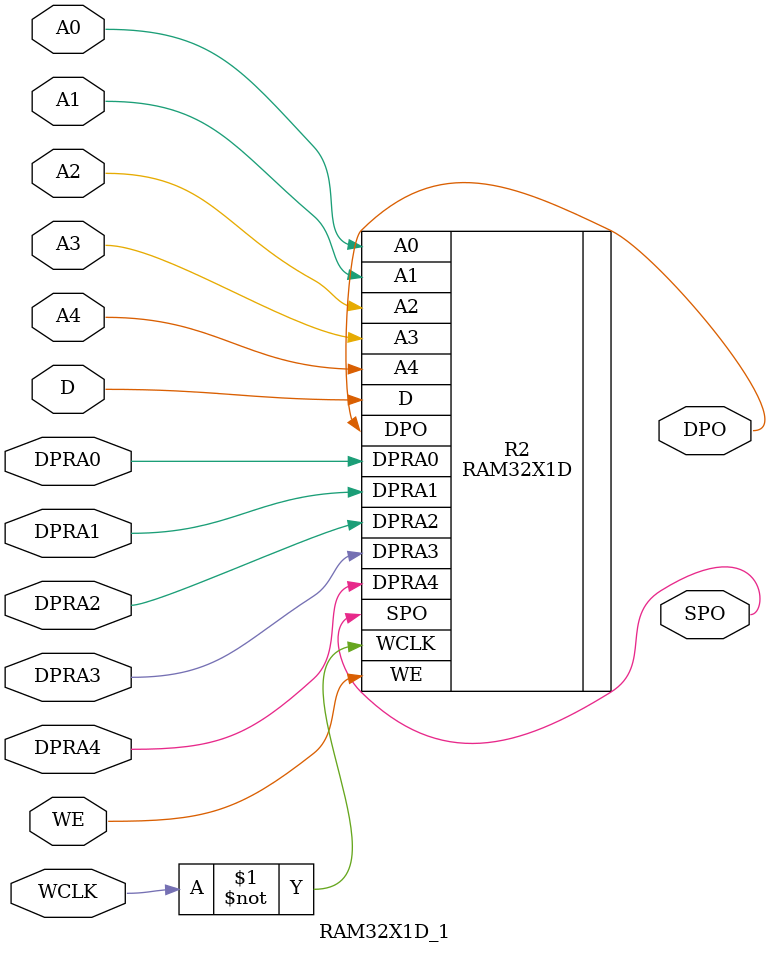
<source format=v>

`timescale  1 ps / 1 ps

module RAM32X1D_1 (DPO, SPO, A0, A1, A2, A3, A4, D, DPRA0, DPRA1, DPRA2, DPRA3, DPRA4, WCLK, WE);

    parameter [31:0] INIT = 32'h00000000;
    parameter [0:0] IS_WCLK_INVERTED = 1'b0;

    output DPO, SPO;

    input  A0, A1, A2, A3, A4, D, DPRA0, DPRA1, DPRA2, DPRA3, DPRA4, WCLK, WE;

    RAM32X1D #(.INIT(INIT), .IS_WCLK_INVERTED(IS_WCLK_INVERTED)) R2 (
	       .DPO (DPO),
	       .SPO (SPO),
	       .A0 (A0),
	       .A1 (A1),
	       .A2 (A2),
	       .A3 (A3),
	       .A4 (A4),
	       .D (D),
	       .DPRA0 (DPRA0),
	       .DPRA1 (DPRA1),
	       .DPRA2 (DPRA2),
	       .DPRA3 (DPRA3),
	       .DPRA4 (DPRA4),
	       .WCLK (~WCLK),
	       .WE (WE));

endmodule

</source>
